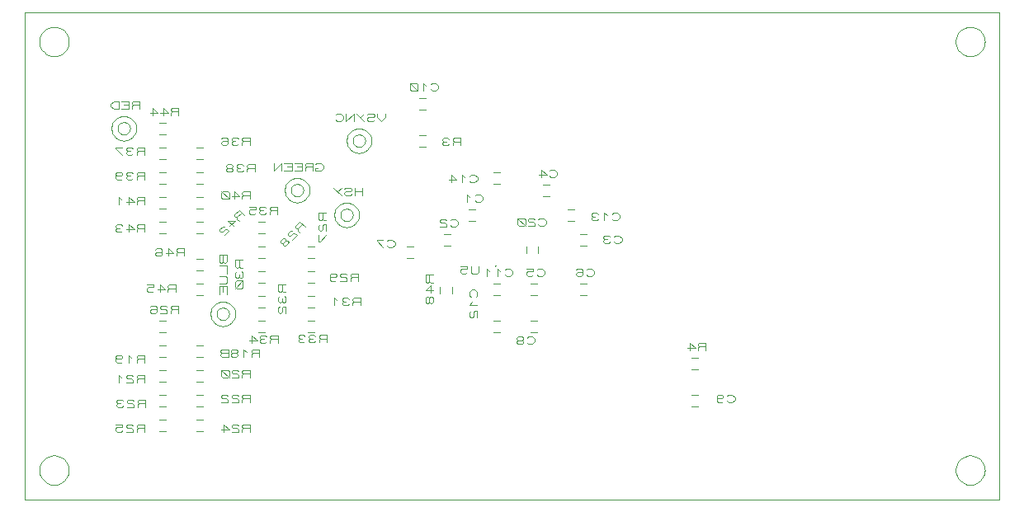
<source format=gbr>
G04 PROTEUS GERBER X2 FILE*
%TF.GenerationSoftware,Labcenter,Proteus,8.16-SP3-Build36097*%
%TF.CreationDate,2025-11-07T09:35:32+00:00*%
%TF.FileFunction,Legend,Bot*%
%TF.FilePolarity,Positive*%
%TF.Part,Single*%
%TF.SameCoordinates,{b300ba1a-dc7e-4a19-be50-5429eaf46598}*%
%FSLAX45Y45*%
%MOMM*%
G01*
%TA.AperFunction,Profile*%
%ADD25C,0.101600*%
%TA.AperFunction,Material*%
%ADD73C,0.101600*%
%ADD72C,0.100000*%
%TD.AperFunction*%
D25*
X-18000Y-3000D02*
X+9982000Y-3000D01*
X+9982000Y+4997000D01*
X-18000Y+4997000D01*
X-18000Y-3000D01*
X+9832000Y+4697000D02*
X+9831498Y+4709258D01*
X+9827422Y+4733775D01*
X+9818906Y+4758292D01*
X+9805032Y+4782809D01*
X+9783806Y+4807161D01*
X+9759289Y+4825555D01*
X+9734772Y+4837411D01*
X+9710255Y+4844315D01*
X+9685738Y+4846953D01*
X+9682000Y+4847000D01*
X+9532000Y+4697000D02*
X+9532502Y+4709258D01*
X+9536578Y+4733775D01*
X+9545094Y+4758292D01*
X+9558968Y+4782809D01*
X+9580194Y+4807161D01*
X+9604711Y+4825555D01*
X+9629228Y+4837411D01*
X+9653745Y+4844315D01*
X+9678262Y+4846953D01*
X+9682000Y+4847000D01*
X+9532000Y+4697000D02*
X+9532502Y+4684742D01*
X+9536578Y+4660225D01*
X+9545094Y+4635708D01*
X+9558968Y+4611191D01*
X+9580194Y+4586839D01*
X+9604711Y+4568445D01*
X+9629228Y+4556589D01*
X+9653745Y+4549685D01*
X+9678262Y+4547047D01*
X+9682000Y+4547000D01*
X+9832000Y+4697000D02*
X+9831498Y+4684742D01*
X+9827422Y+4660225D01*
X+9818906Y+4635708D01*
X+9805032Y+4611191D01*
X+9783806Y+4586839D01*
X+9759289Y+4568445D01*
X+9734772Y+4556589D01*
X+9710255Y+4549685D01*
X+9685738Y+4547047D01*
X+9682000Y+4547000D01*
X+9832000Y+297000D02*
X+9831498Y+309258D01*
X+9827422Y+333775D01*
X+9818906Y+358292D01*
X+9805032Y+382809D01*
X+9783806Y+407161D01*
X+9759289Y+425555D01*
X+9734772Y+437411D01*
X+9710255Y+444315D01*
X+9685738Y+446953D01*
X+9682000Y+447000D01*
X+9532000Y+297000D02*
X+9532502Y+309258D01*
X+9536578Y+333775D01*
X+9545094Y+358292D01*
X+9558968Y+382809D01*
X+9580194Y+407161D01*
X+9604711Y+425555D01*
X+9629228Y+437411D01*
X+9653745Y+444315D01*
X+9678262Y+446953D01*
X+9682000Y+447000D01*
X+9532000Y+297000D02*
X+9532502Y+284742D01*
X+9536578Y+260225D01*
X+9545094Y+235708D01*
X+9558968Y+211191D01*
X+9580194Y+186839D01*
X+9604711Y+168445D01*
X+9629228Y+156589D01*
X+9653745Y+149685D01*
X+9678262Y+147047D01*
X+9682000Y+147000D01*
X+9832000Y+297000D02*
X+9831498Y+284742D01*
X+9827422Y+260225D01*
X+9818906Y+235708D01*
X+9805032Y+211191D01*
X+9783806Y+186839D01*
X+9759289Y+168445D01*
X+9734772Y+156589D01*
X+9710255Y+149685D01*
X+9685738Y+147047D01*
X+9682000Y+147000D01*
X+432000Y+297000D02*
X+431498Y+309258D01*
X+427422Y+333775D01*
X+418906Y+358292D01*
X+405032Y+382809D01*
X+383806Y+407161D01*
X+359289Y+425555D01*
X+334772Y+437411D01*
X+310255Y+444315D01*
X+285738Y+446953D01*
X+282000Y+447000D01*
X+132000Y+297000D02*
X+132502Y+309258D01*
X+136578Y+333775D01*
X+145094Y+358292D01*
X+158968Y+382809D01*
X+180194Y+407161D01*
X+204711Y+425555D01*
X+229228Y+437411D01*
X+253745Y+444315D01*
X+278262Y+446953D01*
X+282000Y+447000D01*
X+132000Y+297000D02*
X+132502Y+284742D01*
X+136578Y+260225D01*
X+145094Y+235708D01*
X+158968Y+211191D01*
X+180194Y+186839D01*
X+204711Y+168445D01*
X+229228Y+156589D01*
X+253745Y+149685D01*
X+278262Y+147047D01*
X+282000Y+147000D01*
X+432000Y+297000D02*
X+431498Y+284742D01*
X+427422Y+260225D01*
X+418906Y+235708D01*
X+405032Y+211191D01*
X+383806Y+186839D01*
X+359289Y+168445D01*
X+334772Y+156589D01*
X+310255Y+149685D01*
X+285738Y+147047D01*
X+282000Y+147000D01*
X+432000Y+4697000D02*
X+431498Y+4709258D01*
X+427422Y+4733775D01*
X+418906Y+4758292D01*
X+405032Y+4782809D01*
X+383806Y+4807161D01*
X+359289Y+4825555D01*
X+334772Y+4837411D01*
X+310255Y+4844315D01*
X+285738Y+4846953D01*
X+282000Y+4847000D01*
X+132000Y+4697000D02*
X+132502Y+4709258D01*
X+136578Y+4733775D01*
X+145094Y+4758292D01*
X+158968Y+4782809D01*
X+180194Y+4807161D01*
X+204711Y+4825555D01*
X+229228Y+4837411D01*
X+253745Y+4844315D01*
X+278262Y+4846953D01*
X+282000Y+4847000D01*
X+132000Y+4697000D02*
X+132502Y+4684742D01*
X+136578Y+4660225D01*
X+145094Y+4635708D01*
X+158968Y+4611191D01*
X+180194Y+4586839D01*
X+204711Y+4568445D01*
X+229228Y+4556589D01*
X+253745Y+4549685D01*
X+278262Y+4547047D01*
X+282000Y+4547000D01*
X+432000Y+4697000D02*
X+431498Y+4684742D01*
X+427422Y+4660225D01*
X+418906Y+4635708D01*
X+405032Y+4611191D01*
X+383806Y+4586839D01*
X+359289Y+4568445D01*
X+334772Y+4556589D01*
X+310255Y+4549685D01*
X+285738Y+4547047D01*
X+282000Y+4547000D01*
D73*
X+1432340Y+3865420D02*
X+1363760Y+3865420D01*
X+1432340Y+3743500D02*
X+1361220Y+3743500D01*
X+1559340Y+3939080D02*
X+1559340Y+4015280D01*
X+1492665Y+4015280D01*
X+1479330Y+4002580D01*
X+1479330Y+3989880D01*
X+1492665Y+3977180D01*
X+1559340Y+3977180D01*
X+1492665Y+3977180D02*
X+1479330Y+3964480D01*
X+1479330Y+3939080D01*
X+1372650Y+3964480D02*
X+1452660Y+3964480D01*
X+1399320Y+4015280D01*
X+1399320Y+3939080D01*
X+1265970Y+3964480D02*
X+1345980Y+3964480D01*
X+1292640Y+4015280D01*
X+1292640Y+3939080D01*
X+1432340Y+3611420D02*
X+1363760Y+3611420D01*
X+1432340Y+3489500D02*
X+1361220Y+3489500D01*
X+1209340Y+3535080D02*
X+1209340Y+3611280D01*
X+1142665Y+3611280D01*
X+1129330Y+3598580D01*
X+1129330Y+3585880D01*
X+1142665Y+3573180D01*
X+1209340Y+3573180D01*
X+1142665Y+3573180D02*
X+1129330Y+3560480D01*
X+1129330Y+3535080D01*
X+1089325Y+3598580D02*
X+1075990Y+3611280D01*
X+1035985Y+3611280D01*
X+1022650Y+3598580D01*
X+1022650Y+3585880D01*
X+1035985Y+3573180D01*
X+1022650Y+3560480D01*
X+1022650Y+3547780D01*
X+1035985Y+3535080D01*
X+1075990Y+3535080D01*
X+1089325Y+3547780D01*
X+1062655Y+3573180D02*
X+1035985Y+3573180D01*
X+982645Y+3611280D02*
X+915970Y+3611280D01*
X+915970Y+3598580D01*
X+982645Y+3535080D01*
X+1813340Y+3611420D02*
X+1744760Y+3611420D01*
X+1813340Y+3489500D02*
X+1742220Y+3489500D01*
X+2290340Y+3635080D02*
X+2290340Y+3711280D01*
X+2223665Y+3711280D01*
X+2210330Y+3698580D01*
X+2210330Y+3685880D01*
X+2223665Y+3673180D01*
X+2290340Y+3673180D01*
X+2223665Y+3673180D02*
X+2210330Y+3660480D01*
X+2210330Y+3635080D01*
X+2170325Y+3698580D02*
X+2156990Y+3711280D01*
X+2116985Y+3711280D01*
X+2103650Y+3698580D01*
X+2103650Y+3685880D01*
X+2116985Y+3673180D01*
X+2103650Y+3660480D01*
X+2103650Y+3647780D01*
X+2116985Y+3635080D01*
X+2156990Y+3635080D01*
X+2170325Y+3647780D01*
X+2143655Y+3673180D02*
X+2116985Y+3673180D01*
X+1996970Y+3698580D02*
X+2010305Y+3711280D01*
X+2050310Y+3711280D01*
X+2063645Y+3698580D01*
X+2063645Y+3647780D01*
X+2050310Y+3635080D01*
X+2010305Y+3635080D01*
X+1996970Y+3647780D01*
X+1996970Y+3660480D01*
X+2010305Y+3673180D01*
X+2063645Y+3673180D01*
X+1813340Y+3357420D02*
X+1744760Y+3357420D01*
X+1813340Y+3235500D02*
X+1742220Y+3235500D01*
X+2340340Y+3360080D02*
X+2340340Y+3436280D01*
X+2273665Y+3436280D01*
X+2260330Y+3423580D01*
X+2260330Y+3410880D01*
X+2273665Y+3398180D01*
X+2340340Y+3398180D01*
X+2273665Y+3398180D02*
X+2260330Y+3385480D01*
X+2260330Y+3360080D01*
X+2220325Y+3423580D02*
X+2206990Y+3436280D01*
X+2166985Y+3436280D01*
X+2153650Y+3423580D01*
X+2153650Y+3410880D01*
X+2166985Y+3398180D01*
X+2153650Y+3385480D01*
X+2153650Y+3372780D01*
X+2166985Y+3360080D01*
X+2206990Y+3360080D01*
X+2220325Y+3372780D01*
X+2193655Y+3398180D02*
X+2166985Y+3398180D01*
X+2100310Y+3398180D02*
X+2113645Y+3410880D01*
X+2113645Y+3423580D01*
X+2100310Y+3436280D01*
X+2060305Y+3436280D01*
X+2046970Y+3423580D01*
X+2046970Y+3410880D01*
X+2060305Y+3398180D01*
X+2100310Y+3398180D01*
X+2113645Y+3385480D01*
X+2113645Y+3372780D01*
X+2100310Y+3360080D01*
X+2060305Y+3360080D01*
X+2046970Y+3372780D01*
X+2046970Y+3385480D01*
X+2060305Y+3398180D01*
X+1432340Y+3357420D02*
X+1363760Y+3357420D01*
X+1432340Y+3235500D02*
X+1361220Y+3235500D01*
X+1209340Y+3281080D02*
X+1209340Y+3357280D01*
X+1142665Y+3357280D01*
X+1129330Y+3344580D01*
X+1129330Y+3331880D01*
X+1142665Y+3319180D01*
X+1209340Y+3319180D01*
X+1142665Y+3319180D02*
X+1129330Y+3306480D01*
X+1129330Y+3281080D01*
X+1089325Y+3344580D02*
X+1075990Y+3357280D01*
X+1035985Y+3357280D01*
X+1022650Y+3344580D01*
X+1022650Y+3331880D01*
X+1035985Y+3319180D01*
X+1022650Y+3306480D01*
X+1022650Y+3293780D01*
X+1035985Y+3281080D01*
X+1075990Y+3281080D01*
X+1089325Y+3293780D01*
X+1062655Y+3319180D02*
X+1035985Y+3319180D01*
X+915970Y+3331880D02*
X+929305Y+3319180D01*
X+969310Y+3319180D01*
X+982645Y+3331880D01*
X+982645Y+3344580D01*
X+969310Y+3357280D01*
X+929305Y+3357280D01*
X+915970Y+3344580D01*
X+915970Y+3293780D01*
X+929305Y+3281080D01*
X+969310Y+3281080D01*
X+1813340Y+3103420D02*
X+1744760Y+3103420D01*
X+1813340Y+2981500D02*
X+1742220Y+2981500D01*
X+2290340Y+3083338D02*
X+2290340Y+3159538D01*
X+2223665Y+3159538D01*
X+2210330Y+3146838D01*
X+2210330Y+3134138D01*
X+2223665Y+3121438D01*
X+2290340Y+3121438D01*
X+2223665Y+3121438D02*
X+2210330Y+3108738D01*
X+2210330Y+3083338D01*
X+2103650Y+3108738D02*
X+2183660Y+3108738D01*
X+2130320Y+3159538D01*
X+2130320Y+3083338D01*
X+2076980Y+3096038D02*
X+2076980Y+3146838D01*
X+2063645Y+3159538D01*
X+2010305Y+3159538D01*
X+1996970Y+3146838D01*
X+1996970Y+3096038D01*
X+2010305Y+3083338D01*
X+2063645Y+3083338D01*
X+2076980Y+3096038D01*
X+2076980Y+3083338D02*
X+1996970Y+3159538D01*
X+1432340Y+3103420D02*
X+1363760Y+3103420D01*
X+1432340Y+2981500D02*
X+1361220Y+2981500D01*
X+1209340Y+3027080D02*
X+1209340Y+3103280D01*
X+1142665Y+3103280D01*
X+1129330Y+3090580D01*
X+1129330Y+3077880D01*
X+1142665Y+3065180D01*
X+1209340Y+3065180D01*
X+1142665Y+3065180D02*
X+1129330Y+3052480D01*
X+1129330Y+3027080D01*
X+1022650Y+3052480D02*
X+1102660Y+3052480D01*
X+1049320Y+3103280D01*
X+1049320Y+3027080D01*
X+969310Y+3077880D02*
X+942640Y+3103280D01*
X+942640Y+3027080D01*
X+1813340Y+2849420D02*
X+1744760Y+2849420D01*
X+1813340Y+2727500D02*
X+1742220Y+2727500D01*
X+2234447Y+2914714D02*
X+2180566Y+2968595D01*
X+2133420Y+2921449D01*
X+2132971Y+2903039D01*
X+2141951Y+2894059D01*
X+2160360Y+2894508D01*
X+2207507Y+2941654D01*
X+2160360Y+2894508D02*
X+2159911Y+2876098D01*
X+2177872Y+2858138D01*
X+2084477Y+2800664D02*
X+2141053Y+2857240D01*
X+2067415Y+2855444D01*
X+2121296Y+2801562D01*
X+2029249Y+2799318D02*
X+2010839Y+2798869D01*
X+1982552Y+2770581D01*
X+1982103Y+2752171D01*
X+1991083Y+2743191D01*
X+2009492Y+2743640D01*
X+2037780Y+2771928D01*
X+2056190Y+2772377D01*
X+2074150Y+2754416D01*
X+2027004Y+2707270D01*
X+1432340Y+2849420D02*
X+1363760Y+2849420D01*
X+1432340Y+2727500D02*
X+1361220Y+2727500D01*
X+1209340Y+2741109D02*
X+1209340Y+2817309D01*
X+1142665Y+2817309D01*
X+1129330Y+2804609D01*
X+1129330Y+2791909D01*
X+1142665Y+2779209D01*
X+1209340Y+2779209D01*
X+1142665Y+2779209D02*
X+1129330Y+2766509D01*
X+1129330Y+2741109D01*
X+1022650Y+2766509D02*
X+1102660Y+2766509D01*
X+1049320Y+2817309D01*
X+1049320Y+2741109D01*
X+982645Y+2804609D02*
X+969310Y+2817309D01*
X+929305Y+2817309D01*
X+915970Y+2804609D01*
X+915970Y+2791909D01*
X+929305Y+2779209D01*
X+915970Y+2766509D01*
X+915970Y+2753809D01*
X+929305Y+2741109D01*
X+969310Y+2741109D01*
X+982645Y+2753809D01*
X+955975Y+2779209D02*
X+929305Y+2779209D01*
X+1813340Y+2468420D02*
X+1744760Y+2468420D01*
X+1813340Y+2346500D02*
X+1742220Y+2346500D01*
X+1615383Y+2497357D02*
X+1615383Y+2573557D01*
X+1548708Y+2573557D01*
X+1535373Y+2560857D01*
X+1535373Y+2548157D01*
X+1548708Y+2535457D01*
X+1615383Y+2535457D01*
X+1548708Y+2535457D02*
X+1535373Y+2522757D01*
X+1535373Y+2497357D01*
X+1428693Y+2522757D02*
X+1508703Y+2522757D01*
X+1455363Y+2573557D01*
X+1455363Y+2497357D01*
X+1322013Y+2560857D02*
X+1335348Y+2573557D01*
X+1375353Y+2573557D01*
X+1388688Y+2560857D01*
X+1388688Y+2510057D01*
X+1375353Y+2497357D01*
X+1335348Y+2497357D01*
X+1322013Y+2510057D01*
X+1322013Y+2522757D01*
X+1335348Y+2535457D01*
X+1388688Y+2535457D01*
X+1813340Y+2214420D02*
X+1744760Y+2214420D01*
X+1813340Y+2092500D02*
X+1742220Y+2092500D01*
X+1529323Y+2123186D02*
X+1529323Y+2199386D01*
X+1462648Y+2199386D01*
X+1449313Y+2186686D01*
X+1449313Y+2173986D01*
X+1462648Y+2161286D01*
X+1529323Y+2161286D01*
X+1462648Y+2161286D02*
X+1449313Y+2148586D01*
X+1449313Y+2123186D01*
X+1342633Y+2148586D02*
X+1422643Y+2148586D01*
X+1369303Y+2199386D01*
X+1369303Y+2123186D01*
X+1235953Y+2199386D02*
X+1302628Y+2199386D01*
X+1302628Y+2173986D01*
X+1249288Y+2173986D01*
X+1235953Y+2161286D01*
X+1235953Y+2135886D01*
X+1249288Y+2123186D01*
X+1289293Y+2123186D01*
X+1302628Y+2135886D01*
X+2448340Y+2849420D02*
X+2379760Y+2849420D01*
X+2448340Y+2727500D02*
X+2377220Y+2727500D01*
X+2575340Y+2923080D02*
X+2575340Y+2999280D01*
X+2508665Y+2999280D01*
X+2495330Y+2986580D01*
X+2495330Y+2973880D01*
X+2508665Y+2961180D01*
X+2575340Y+2961180D01*
X+2508665Y+2961180D02*
X+2495330Y+2948480D01*
X+2495330Y+2923080D01*
X+2455325Y+2986580D02*
X+2441990Y+2999280D01*
X+2401985Y+2999280D01*
X+2388650Y+2986580D01*
X+2388650Y+2973880D01*
X+2401985Y+2961180D01*
X+2388650Y+2948480D01*
X+2388650Y+2935780D01*
X+2401985Y+2923080D01*
X+2441990Y+2923080D01*
X+2455325Y+2935780D01*
X+2428655Y+2961180D02*
X+2401985Y+2961180D01*
X+2281970Y+2999280D02*
X+2348645Y+2999280D01*
X+2348645Y+2973880D01*
X+2295305Y+2973880D01*
X+2281970Y+2961180D01*
X+2281970Y+2935780D01*
X+2295305Y+2923080D01*
X+2335310Y+2923080D01*
X+2348645Y+2935780D01*
X+2448340Y+2595420D02*
X+2379760Y+2595420D01*
X+2448340Y+2473500D02*
X+2377220Y+2473500D01*
X+2855412Y+2795620D02*
X+2801531Y+2849501D01*
X+2754385Y+2802355D01*
X+2753936Y+2783945D01*
X+2762916Y+2774965D01*
X+2781325Y+2775414D01*
X+2828472Y+2822560D01*
X+2781325Y+2775414D02*
X+2780876Y+2757004D01*
X+2798837Y+2739044D01*
X+2725648Y+2755658D02*
X+2707238Y+2755209D01*
X+2678951Y+2726921D01*
X+2678502Y+2708511D01*
X+2687482Y+2699531D01*
X+2705891Y+2699980D01*
X+2734179Y+2728268D01*
X+2752589Y+2728717D01*
X+2770549Y+2710756D01*
X+2723403Y+2663610D01*
X+2658745Y+2652834D02*
X+2659194Y+2671243D01*
X+2650214Y+2680224D01*
X+2631804Y+2679775D01*
X+2603517Y+2651487D01*
X+2603068Y+2633077D01*
X+2612048Y+2624097D01*
X+2630457Y+2624546D01*
X+2658745Y+2652834D01*
X+2677155Y+2653283D01*
X+2686135Y+2644302D01*
X+2685686Y+2625893D01*
X+2657398Y+2597605D01*
X+2638989Y+2597156D01*
X+2630008Y+2606136D01*
X+2630457Y+2624546D01*
X+2448340Y+2341420D02*
X+2379760Y+2341420D01*
X+2448340Y+2219500D02*
X+2377220Y+2219500D01*
X+2219231Y+2455700D02*
X+2143031Y+2455700D01*
X+2143031Y+2389025D01*
X+2155731Y+2375690D01*
X+2168431Y+2375690D01*
X+2181131Y+2389025D01*
X+2181131Y+2455700D01*
X+2181131Y+2389025D02*
X+2193831Y+2375690D01*
X+2219231Y+2375690D01*
X+2155731Y+2335685D02*
X+2143031Y+2322350D01*
X+2143031Y+2282345D01*
X+2155731Y+2269010D01*
X+2168431Y+2269010D01*
X+2181131Y+2282345D01*
X+2193831Y+2269010D01*
X+2206531Y+2269010D01*
X+2219231Y+2282345D01*
X+2219231Y+2322350D01*
X+2206531Y+2335685D01*
X+2181131Y+2309015D02*
X+2181131Y+2282345D01*
X+2206531Y+2242340D02*
X+2155731Y+2242340D01*
X+2143031Y+2229005D01*
X+2143031Y+2175665D01*
X+2155731Y+2162330D01*
X+2206531Y+2162330D01*
X+2219231Y+2175665D01*
X+2219231Y+2229005D01*
X+2206531Y+2242340D01*
X+2219231Y+2242340D02*
X+2143031Y+2162330D01*
X+2448340Y+2087420D02*
X+2379760Y+2087420D01*
X+2448340Y+1965500D02*
X+2377220Y+1965500D01*
X+2658920Y+2203700D02*
X+2582720Y+2203700D01*
X+2582720Y+2137025D01*
X+2595420Y+2123690D01*
X+2608120Y+2123690D01*
X+2620820Y+2137025D01*
X+2620820Y+2203700D01*
X+2620820Y+2137025D02*
X+2633520Y+2123690D01*
X+2658920Y+2123690D01*
X+2595420Y+2083685D02*
X+2582720Y+2070350D01*
X+2582720Y+2030345D01*
X+2595420Y+2017010D01*
X+2608120Y+2017010D01*
X+2620820Y+2030345D01*
X+2633520Y+2017010D01*
X+2646220Y+2017010D01*
X+2658920Y+2030345D01*
X+2658920Y+2070350D01*
X+2646220Y+2083685D01*
X+2620820Y+2057015D02*
X+2620820Y+2030345D01*
X+2595420Y+1977005D02*
X+2582720Y+1963670D01*
X+2582720Y+1923665D01*
X+2595420Y+1910330D01*
X+2608120Y+1910330D01*
X+2620820Y+1923665D01*
X+2620820Y+1963670D01*
X+2633520Y+1977005D01*
X+2658920Y+1977005D01*
X+2658920Y+1910330D01*
X+2448340Y+1833420D02*
X+2379760Y+1833420D01*
X+2448340Y+1711500D02*
X+2377220Y+1711500D01*
X+2578840Y+1603580D02*
X+2578840Y+1679780D01*
X+2512165Y+1679780D01*
X+2498830Y+1667080D01*
X+2498830Y+1654380D01*
X+2512165Y+1641680D01*
X+2578840Y+1641680D01*
X+2512165Y+1641680D02*
X+2498830Y+1628980D01*
X+2498830Y+1603580D01*
X+2458825Y+1667080D02*
X+2445490Y+1679780D01*
X+2405485Y+1679780D01*
X+2392150Y+1667080D01*
X+2392150Y+1654380D01*
X+2405485Y+1641680D01*
X+2392150Y+1628980D01*
X+2392150Y+1616280D01*
X+2405485Y+1603580D01*
X+2445490Y+1603580D01*
X+2458825Y+1616280D01*
X+2432155Y+1641680D02*
X+2405485Y+1641680D01*
X+2285470Y+1628980D02*
X+2365480Y+1628980D01*
X+2312140Y+1679780D01*
X+2312140Y+1603580D01*
X+2956340Y+1833420D02*
X+2887760Y+1833420D01*
X+2956340Y+1711500D02*
X+2885220Y+1711500D01*
X+3081475Y+1608945D02*
X+3081475Y+1685145D01*
X+3014800Y+1685145D01*
X+3001465Y+1672445D01*
X+3001465Y+1659745D01*
X+3014800Y+1647045D01*
X+3081475Y+1647045D01*
X+3014800Y+1647045D02*
X+3001465Y+1634345D01*
X+3001465Y+1608945D01*
X+2961460Y+1672445D02*
X+2948125Y+1685145D01*
X+2908120Y+1685145D01*
X+2894785Y+1672445D01*
X+2894785Y+1659745D01*
X+2908120Y+1647045D01*
X+2894785Y+1634345D01*
X+2894785Y+1621645D01*
X+2908120Y+1608945D01*
X+2948125Y+1608945D01*
X+2961460Y+1621645D01*
X+2934790Y+1647045D02*
X+2908120Y+1647045D01*
X+2854780Y+1672445D02*
X+2841445Y+1685145D01*
X+2801440Y+1685145D01*
X+2788105Y+1672445D01*
X+2788105Y+1659745D01*
X+2801440Y+1647045D01*
X+2788105Y+1634345D01*
X+2788105Y+1621645D01*
X+2801440Y+1608945D01*
X+2841445Y+1608945D01*
X+2854780Y+1621645D01*
X+2828110Y+1647045D02*
X+2801440Y+1647045D01*
X+2956340Y+2087420D02*
X+2887760Y+2087420D01*
X+2956340Y+1965500D02*
X+2885220Y+1965500D01*
X+3423964Y+1990080D02*
X+3423964Y+2066280D01*
X+3357289Y+2066280D01*
X+3343954Y+2053580D01*
X+3343954Y+2040880D01*
X+3357289Y+2028180D01*
X+3423964Y+2028180D01*
X+3357289Y+2028180D02*
X+3343954Y+2015480D01*
X+3343954Y+1990080D01*
X+3303949Y+2053580D02*
X+3290614Y+2066280D01*
X+3250609Y+2066280D01*
X+3237274Y+2053580D01*
X+3237274Y+2040880D01*
X+3250609Y+2028180D01*
X+3237274Y+2015480D01*
X+3237274Y+2002780D01*
X+3250609Y+1990080D01*
X+3290614Y+1990080D01*
X+3303949Y+2002780D01*
X+3277279Y+2028180D02*
X+3250609Y+2028180D01*
X+3183934Y+2040880D02*
X+3157264Y+2066280D01*
X+3157264Y+1990080D01*
X+2956340Y+2341420D02*
X+2887760Y+2341420D01*
X+2956340Y+2219500D02*
X+2885220Y+2219500D01*
X+3403669Y+2241109D02*
X+3403669Y+2317309D01*
X+3336994Y+2317309D01*
X+3323659Y+2304609D01*
X+3323659Y+2291909D01*
X+3336994Y+2279209D01*
X+3403669Y+2279209D01*
X+3336994Y+2279209D02*
X+3323659Y+2266509D01*
X+3323659Y+2241109D01*
X+3283654Y+2304609D02*
X+3270319Y+2317309D01*
X+3230314Y+2317309D01*
X+3216979Y+2304609D01*
X+3216979Y+2291909D01*
X+3230314Y+2279209D01*
X+3270319Y+2279209D01*
X+3283654Y+2266509D01*
X+3283654Y+2241109D01*
X+3216979Y+2241109D01*
X+3110299Y+2291909D02*
X+3123634Y+2279209D01*
X+3163639Y+2279209D01*
X+3176974Y+2291909D01*
X+3176974Y+2304609D01*
X+3163639Y+2317309D01*
X+3123634Y+2317309D01*
X+3110299Y+2304609D01*
X+3110299Y+2253809D01*
X+3123634Y+2241109D01*
X+3163639Y+2241109D01*
X+2956340Y+2595420D02*
X+2887760Y+2595420D01*
X+2956340Y+2473500D02*
X+2885220Y+2473500D01*
X+3073649Y+2940896D02*
X+2997449Y+2940896D01*
X+2997449Y+2874221D01*
X+3010149Y+2860886D01*
X+3022849Y+2860886D01*
X+3035549Y+2874221D01*
X+3035549Y+2940896D01*
X+3035549Y+2874221D02*
X+3048249Y+2860886D01*
X+3073649Y+2860886D01*
X+3010149Y+2820881D02*
X+2997449Y+2807546D01*
X+2997449Y+2767541D01*
X+3010149Y+2754206D01*
X+3022849Y+2754206D01*
X+3035549Y+2767541D01*
X+3035549Y+2807546D01*
X+3048249Y+2820881D01*
X+3073649Y+2820881D01*
X+3073649Y+2754206D01*
X+2997449Y+2714201D02*
X+2997449Y+2647526D01*
X+3010149Y+2647526D01*
X+3073649Y+2714201D01*
X+1432340Y+1833420D02*
X+1363760Y+1833420D01*
X+1432340Y+1711500D02*
X+1361220Y+1711500D01*
X+1559340Y+1907080D02*
X+1559340Y+1983280D01*
X+1492665Y+1983280D01*
X+1479330Y+1970580D01*
X+1479330Y+1957880D01*
X+1492665Y+1945180D01*
X+1559340Y+1945180D01*
X+1492665Y+1945180D02*
X+1479330Y+1932480D01*
X+1479330Y+1907080D01*
X+1439325Y+1970580D02*
X+1425990Y+1983280D01*
X+1385985Y+1983280D01*
X+1372650Y+1970580D01*
X+1372650Y+1957880D01*
X+1385985Y+1945180D01*
X+1425990Y+1945180D01*
X+1439325Y+1932480D01*
X+1439325Y+1907080D01*
X+1372650Y+1907080D01*
X+1265970Y+1970580D02*
X+1279305Y+1983280D01*
X+1319310Y+1983280D01*
X+1332645Y+1970580D01*
X+1332645Y+1919780D01*
X+1319310Y+1907080D01*
X+1279305Y+1907080D01*
X+1265970Y+1919780D01*
X+1265970Y+1932480D01*
X+1279305Y+1945180D01*
X+1332645Y+1945180D01*
X+1432340Y+1579420D02*
X+1363760Y+1579420D01*
X+1432340Y+1457500D02*
X+1361220Y+1457500D01*
X+1209340Y+1403080D02*
X+1209340Y+1479280D01*
X+1142665Y+1479280D01*
X+1129330Y+1466580D01*
X+1129330Y+1453880D01*
X+1142665Y+1441180D01*
X+1209340Y+1441180D01*
X+1142665Y+1441180D02*
X+1129330Y+1428480D01*
X+1129330Y+1403080D01*
X+1075990Y+1453880D02*
X+1049320Y+1479280D01*
X+1049320Y+1403080D01*
X+915970Y+1453880D02*
X+929305Y+1441180D01*
X+969310Y+1441180D01*
X+982645Y+1453880D01*
X+982645Y+1466580D01*
X+969310Y+1479280D01*
X+929305Y+1479280D01*
X+915970Y+1466580D01*
X+915970Y+1415780D01*
X+929305Y+1403080D01*
X+969310Y+1403080D01*
X+1813340Y+1579420D02*
X+1744760Y+1579420D01*
X+1813340Y+1457500D02*
X+1742220Y+1457500D01*
X+2387680Y+1459080D02*
X+2387680Y+1535280D01*
X+2321005Y+1535280D01*
X+2307670Y+1522580D01*
X+2307670Y+1509880D01*
X+2321005Y+1497180D01*
X+2387680Y+1497180D01*
X+2321005Y+1497180D02*
X+2307670Y+1484480D01*
X+2307670Y+1459080D01*
X+2254330Y+1509880D02*
X+2227660Y+1535280D01*
X+2227660Y+1459080D01*
X+2147650Y+1497180D02*
X+2160985Y+1509880D01*
X+2160985Y+1522580D01*
X+2147650Y+1535280D01*
X+2107645Y+1535280D01*
X+2094310Y+1522580D01*
X+2094310Y+1509880D01*
X+2107645Y+1497180D01*
X+2147650Y+1497180D01*
X+2160985Y+1484480D01*
X+2160985Y+1471780D01*
X+2147650Y+1459080D01*
X+2107645Y+1459080D01*
X+2094310Y+1471780D01*
X+2094310Y+1484480D01*
X+2107645Y+1497180D01*
X+2067640Y+1459080D02*
X+2067640Y+1535280D01*
X+2000965Y+1535280D01*
X+1987630Y+1522580D01*
X+1987630Y+1509880D01*
X+2000965Y+1497180D01*
X+1987630Y+1484480D01*
X+1987630Y+1471780D01*
X+2000965Y+1459080D01*
X+2067640Y+1459080D01*
X+2067640Y+1497180D02*
X+2000965Y+1497180D01*
X+1813340Y+1325420D02*
X+1744760Y+1325420D01*
X+1813340Y+1203500D02*
X+1742220Y+1203500D01*
X+2290340Y+1249080D02*
X+2290340Y+1325280D01*
X+2223665Y+1325280D01*
X+2210330Y+1312580D01*
X+2210330Y+1299880D01*
X+2223665Y+1287180D01*
X+2290340Y+1287180D01*
X+2223665Y+1287180D02*
X+2210330Y+1274480D01*
X+2210330Y+1249080D01*
X+2170325Y+1312580D02*
X+2156990Y+1325280D01*
X+2116985Y+1325280D01*
X+2103650Y+1312580D01*
X+2103650Y+1299880D01*
X+2116985Y+1287180D01*
X+2156990Y+1287180D01*
X+2170325Y+1274480D01*
X+2170325Y+1249080D01*
X+2103650Y+1249080D01*
X+2076980Y+1261780D02*
X+2076980Y+1312580D01*
X+2063645Y+1325280D01*
X+2010305Y+1325280D01*
X+1996970Y+1312580D01*
X+1996970Y+1261780D01*
X+2010305Y+1249080D01*
X+2063645Y+1249080D01*
X+2076980Y+1261780D01*
X+2076980Y+1249080D02*
X+1996970Y+1325280D01*
X+1432340Y+1325420D02*
X+1363760Y+1325420D01*
X+1432340Y+1203500D02*
X+1361220Y+1203500D01*
X+1209340Y+1199080D02*
X+1209340Y+1275280D01*
X+1142665Y+1275280D01*
X+1129330Y+1262580D01*
X+1129330Y+1249880D01*
X+1142665Y+1237180D01*
X+1209340Y+1237180D01*
X+1142665Y+1237180D02*
X+1129330Y+1224480D01*
X+1129330Y+1199080D01*
X+1089325Y+1262580D02*
X+1075990Y+1275280D01*
X+1035985Y+1275280D01*
X+1022650Y+1262580D01*
X+1022650Y+1249880D01*
X+1035985Y+1237180D01*
X+1075990Y+1237180D01*
X+1089325Y+1224480D01*
X+1089325Y+1199080D01*
X+1022650Y+1199080D01*
X+969310Y+1249880D02*
X+942640Y+1275280D01*
X+942640Y+1199080D01*
X+1813340Y+1071420D02*
X+1744760Y+1071420D01*
X+1813340Y+949500D02*
X+1742220Y+949500D01*
X+2290340Y+995080D02*
X+2290340Y+1071280D01*
X+2223665Y+1071280D01*
X+2210330Y+1058580D01*
X+2210330Y+1045880D01*
X+2223665Y+1033180D01*
X+2290340Y+1033180D01*
X+2223665Y+1033180D02*
X+2210330Y+1020480D01*
X+2210330Y+995080D01*
X+2170325Y+1058580D02*
X+2156990Y+1071280D01*
X+2116985Y+1071280D01*
X+2103650Y+1058580D01*
X+2103650Y+1045880D01*
X+2116985Y+1033180D01*
X+2156990Y+1033180D01*
X+2170325Y+1020480D01*
X+2170325Y+995080D01*
X+2103650Y+995080D01*
X+2063645Y+1058580D02*
X+2050310Y+1071280D01*
X+2010305Y+1071280D01*
X+1996970Y+1058580D01*
X+1996970Y+1045880D01*
X+2010305Y+1033180D01*
X+2050310Y+1033180D01*
X+2063645Y+1020480D01*
X+2063645Y+995080D01*
X+1996970Y+995080D01*
X+1432340Y+1071420D02*
X+1363760Y+1071420D01*
X+1432340Y+949500D02*
X+1361220Y+949500D01*
X+1216371Y+945080D02*
X+1216371Y+1021280D01*
X+1149696Y+1021280D01*
X+1136361Y+1008580D01*
X+1136361Y+995880D01*
X+1149696Y+983180D01*
X+1216371Y+983180D01*
X+1149696Y+983180D02*
X+1136361Y+970480D01*
X+1136361Y+945080D01*
X+1096356Y+1008580D02*
X+1083021Y+1021280D01*
X+1043016Y+1021280D01*
X+1029681Y+1008580D01*
X+1029681Y+995880D01*
X+1043016Y+983180D01*
X+1083021Y+983180D01*
X+1096356Y+970480D01*
X+1096356Y+945080D01*
X+1029681Y+945080D01*
X+989676Y+1008580D02*
X+976341Y+1021280D01*
X+936336Y+1021280D01*
X+923001Y+1008580D01*
X+923001Y+995880D01*
X+936336Y+983180D01*
X+923001Y+970480D01*
X+923001Y+957780D01*
X+936336Y+945080D01*
X+976341Y+945080D01*
X+989676Y+957780D01*
X+963006Y+983180D02*
X+936336Y+983180D01*
X+1813340Y+817420D02*
X+1744760Y+817420D01*
X+1813340Y+695500D02*
X+1742220Y+695500D01*
X+2290340Y+689247D02*
X+2290340Y+765447D01*
X+2223665Y+765447D01*
X+2210330Y+752747D01*
X+2210330Y+740047D01*
X+2223665Y+727347D01*
X+2290340Y+727347D01*
X+2223665Y+727347D02*
X+2210330Y+714647D01*
X+2210330Y+689247D01*
X+2170325Y+752747D02*
X+2156990Y+765447D01*
X+2116985Y+765447D01*
X+2103650Y+752747D01*
X+2103650Y+740047D01*
X+2116985Y+727347D01*
X+2156990Y+727347D01*
X+2170325Y+714647D01*
X+2170325Y+689247D01*
X+2103650Y+689247D01*
X+1996970Y+714647D02*
X+2076980Y+714647D01*
X+2023640Y+765447D01*
X+2023640Y+689247D01*
X+1432340Y+817420D02*
X+1363760Y+817420D01*
X+1432340Y+695500D02*
X+1361220Y+695500D01*
X+1209340Y+691109D02*
X+1209340Y+767309D01*
X+1142665Y+767309D01*
X+1129330Y+754609D01*
X+1129330Y+741909D01*
X+1142665Y+729209D01*
X+1209340Y+729209D01*
X+1142665Y+729209D02*
X+1129330Y+716509D01*
X+1129330Y+691109D01*
X+1089325Y+754609D02*
X+1075990Y+767309D01*
X+1035985Y+767309D01*
X+1022650Y+754609D01*
X+1022650Y+741909D01*
X+1035985Y+729209D01*
X+1075990Y+729209D01*
X+1089325Y+716509D01*
X+1089325Y+691109D01*
X+1022650Y+691109D01*
X+915970Y+767309D02*
X+982645Y+767309D01*
X+982645Y+741909D01*
X+929305Y+741909D01*
X+915970Y+729209D01*
X+915970Y+703809D01*
X+929305Y+691109D01*
X+969310Y+691109D01*
X+982645Y+703809D01*
X+2141000Y+1902000D02*
X+2140573Y+1912409D01*
X+2137101Y+1933228D01*
X+2129845Y+1954047D01*
X+2118017Y+1974866D01*
X+2099920Y+1995524D01*
X+2079101Y+2011045D01*
X+2058282Y+2021030D01*
X+2037463Y+2026814D01*
X+2016644Y+2028972D01*
X+2014000Y+2029000D01*
X+1887000Y+1902000D02*
X+1887427Y+1912409D01*
X+1890899Y+1933228D01*
X+1898155Y+1954047D01*
X+1909983Y+1974866D01*
X+1928080Y+1995524D01*
X+1948899Y+2011045D01*
X+1969718Y+2021030D01*
X+1990537Y+2026814D01*
X+2011356Y+2028972D01*
X+2014000Y+2029000D01*
X+1887000Y+1902000D02*
X+1887427Y+1891591D01*
X+1890899Y+1870772D01*
X+1898155Y+1849953D01*
X+1909983Y+1829134D01*
X+1928080Y+1808476D01*
X+1948899Y+1792955D01*
X+1969718Y+1782970D01*
X+1990537Y+1777186D01*
X+2011356Y+1775028D01*
X+2014000Y+1775000D01*
X+2141000Y+1902000D02*
X+2140573Y+1891591D01*
X+2137101Y+1870772D01*
X+2129845Y+1849953D01*
X+2118017Y+1829134D01*
X+2099920Y+1808476D01*
X+2079101Y+1792955D01*
X+2058282Y+1782970D01*
X+2037463Y+1777186D01*
X+2016644Y+1775028D01*
X+2014000Y+1775000D01*
X+2077500Y+1902000D02*
X+2077283Y+1907247D01*
X+2075518Y+1917742D01*
X+2071826Y+1928237D01*
X+2065798Y+1938732D01*
X+2056576Y+1949112D01*
X+2046081Y+1956800D01*
X+2035586Y+1961718D01*
X+2025091Y+1964524D01*
X+2014596Y+1965497D01*
X+2014000Y+1965500D01*
X+1950500Y+1902000D02*
X+1950717Y+1907247D01*
X+1952482Y+1917742D01*
X+1956174Y+1928237D01*
X+1962202Y+1938732D01*
X+1971424Y+1949112D01*
X+1981919Y+1956800D01*
X+1992414Y+1961718D01*
X+2002909Y+1964524D01*
X+2013404Y+1965497D01*
X+2014000Y+1965500D01*
X+1950500Y+1902000D02*
X+1950717Y+1896753D01*
X+1952482Y+1886258D01*
X+1956174Y+1875763D01*
X+1962202Y+1865268D01*
X+1971424Y+1854888D01*
X+1981919Y+1847200D01*
X+1992414Y+1842282D01*
X+2002909Y+1839476D01*
X+2013404Y+1838503D01*
X+2014000Y+1838500D01*
X+2077500Y+1902000D02*
X+2077283Y+1896753D01*
X+2075518Y+1886258D01*
X+2071826Y+1875763D01*
X+2065798Y+1865268D01*
X+2056576Y+1854888D01*
X+2046081Y+1847200D01*
X+2035586Y+1842282D01*
X+2025091Y+1839476D01*
X+2014596Y+1838503D01*
X+2014000Y+1838500D01*
X+2052100Y+2504120D02*
X+1975900Y+2504120D01*
X+1975900Y+2437445D01*
X+1988600Y+2424110D01*
X+2001300Y+2424110D01*
X+2014000Y+2437445D01*
X+2026700Y+2424110D01*
X+2039400Y+2424110D01*
X+2052100Y+2437445D01*
X+2052100Y+2504120D01*
X+2014000Y+2504120D02*
X+2014000Y+2437445D01*
X+1975900Y+2397440D02*
X+2052100Y+2397440D01*
X+2052100Y+2317430D01*
X+1975900Y+2290760D02*
X+2039400Y+2290760D01*
X+2052100Y+2277425D01*
X+2052100Y+2224085D01*
X+2039400Y+2210750D01*
X+1975900Y+2210750D01*
X+2052100Y+2104070D02*
X+2052100Y+2184080D01*
X+1975900Y+2184080D01*
X+1975900Y+2104070D01*
X+2014000Y+2184080D02*
X+2014000Y+2130740D01*
X+2903000Y+3172000D02*
X+2902573Y+3182409D01*
X+2899101Y+3203228D01*
X+2891845Y+3224047D01*
X+2880017Y+3244866D01*
X+2861920Y+3265524D01*
X+2841101Y+3281045D01*
X+2820282Y+3291030D01*
X+2799463Y+3296814D01*
X+2778644Y+3298972D01*
X+2776000Y+3299000D01*
X+2649000Y+3172000D02*
X+2649427Y+3182409D01*
X+2652899Y+3203228D01*
X+2660155Y+3224047D01*
X+2671983Y+3244866D01*
X+2690080Y+3265524D01*
X+2710899Y+3281045D01*
X+2731718Y+3291030D01*
X+2752537Y+3296814D01*
X+2773356Y+3298972D01*
X+2776000Y+3299000D01*
X+2649000Y+3172000D02*
X+2649427Y+3161591D01*
X+2652899Y+3140772D01*
X+2660155Y+3119953D01*
X+2671983Y+3099134D01*
X+2690080Y+3078476D01*
X+2710899Y+3062955D01*
X+2731718Y+3052970D01*
X+2752537Y+3047186D01*
X+2773356Y+3045028D01*
X+2776000Y+3045000D01*
X+2903000Y+3172000D02*
X+2902573Y+3161591D01*
X+2899101Y+3140772D01*
X+2891845Y+3119953D01*
X+2880017Y+3099134D01*
X+2861920Y+3078476D01*
X+2841101Y+3062955D01*
X+2820282Y+3052970D01*
X+2799463Y+3047186D01*
X+2778644Y+3045028D01*
X+2776000Y+3045000D01*
X+2839500Y+3172000D02*
X+2839283Y+3177247D01*
X+2837518Y+3187742D01*
X+2833826Y+3198237D01*
X+2827798Y+3208732D01*
X+2818576Y+3219112D01*
X+2808081Y+3226800D01*
X+2797586Y+3231718D01*
X+2787091Y+3234524D01*
X+2776596Y+3235497D01*
X+2776000Y+3235500D01*
X+2712500Y+3172000D02*
X+2712717Y+3177247D01*
X+2714482Y+3187742D01*
X+2718174Y+3198237D01*
X+2724202Y+3208732D01*
X+2733424Y+3219112D01*
X+2743919Y+3226800D01*
X+2754414Y+3231718D01*
X+2764909Y+3234524D01*
X+2775404Y+3235497D01*
X+2776000Y+3235500D01*
X+2712500Y+3172000D02*
X+2712717Y+3166753D01*
X+2714482Y+3156258D01*
X+2718174Y+3145763D01*
X+2724202Y+3135268D01*
X+2733424Y+3124888D01*
X+2743919Y+3117200D01*
X+2754414Y+3112282D01*
X+2764909Y+3109476D01*
X+2775404Y+3108503D01*
X+2776000Y+3108500D01*
X+2839500Y+3172000D02*
X+2839283Y+3166753D01*
X+2837518Y+3156258D01*
X+2833826Y+3145763D01*
X+2827798Y+3135268D01*
X+2818576Y+3124888D01*
X+2808081Y+3117200D01*
X+2797586Y+3112282D01*
X+2787091Y+3109476D01*
X+2776596Y+3108503D01*
X+2776000Y+3108500D01*
X+2989360Y+3398060D02*
X+2962690Y+3398060D01*
X+2962690Y+3372660D01*
X+3016030Y+3372660D01*
X+3042700Y+3398060D01*
X+3042700Y+3423460D01*
X+3016030Y+3448860D01*
X+2976025Y+3448860D01*
X+2962690Y+3436160D01*
X+2936020Y+3372660D02*
X+2936020Y+3448860D01*
X+2869345Y+3448860D01*
X+2856010Y+3436160D01*
X+2856010Y+3423460D01*
X+2869345Y+3410760D01*
X+2936020Y+3410760D01*
X+2869345Y+3410760D02*
X+2856010Y+3398060D01*
X+2856010Y+3372660D01*
X+2749330Y+3372660D02*
X+2829340Y+3372660D01*
X+2829340Y+3448860D01*
X+2749330Y+3448860D01*
X+2829340Y+3410760D02*
X+2776000Y+3410760D01*
X+2642650Y+3372660D02*
X+2722660Y+3372660D01*
X+2722660Y+3448860D01*
X+2642650Y+3448860D01*
X+2722660Y+3410760D02*
X+2669320Y+3410760D01*
X+2615980Y+3372660D02*
X+2615980Y+3448860D01*
X+2535970Y+3372660D01*
X+2535970Y+3448860D01*
X+3538000Y+3680000D02*
X+3537573Y+3690409D01*
X+3534101Y+3711228D01*
X+3526845Y+3732047D01*
X+3515017Y+3752866D01*
X+3496920Y+3773524D01*
X+3476101Y+3789045D01*
X+3455282Y+3799030D01*
X+3434463Y+3804814D01*
X+3413644Y+3806972D01*
X+3411000Y+3807000D01*
X+3284000Y+3680000D02*
X+3284427Y+3690409D01*
X+3287899Y+3711228D01*
X+3295155Y+3732047D01*
X+3306983Y+3752866D01*
X+3325080Y+3773524D01*
X+3345899Y+3789045D01*
X+3366718Y+3799030D01*
X+3387537Y+3804814D01*
X+3408356Y+3806972D01*
X+3411000Y+3807000D01*
X+3284000Y+3680000D02*
X+3284427Y+3669591D01*
X+3287899Y+3648772D01*
X+3295155Y+3627953D01*
X+3306983Y+3607134D01*
X+3325080Y+3586476D01*
X+3345899Y+3570955D01*
X+3366718Y+3560970D01*
X+3387537Y+3555186D01*
X+3408356Y+3553028D01*
X+3411000Y+3553000D01*
X+3538000Y+3680000D02*
X+3537573Y+3669591D01*
X+3534101Y+3648772D01*
X+3526845Y+3627953D01*
X+3515017Y+3607134D01*
X+3496920Y+3586476D01*
X+3476101Y+3570955D01*
X+3455282Y+3560970D01*
X+3434463Y+3555186D01*
X+3413644Y+3553028D01*
X+3411000Y+3553000D01*
X+3474500Y+3680000D02*
X+3474283Y+3685247D01*
X+3472518Y+3695742D01*
X+3468826Y+3706237D01*
X+3462798Y+3716732D01*
X+3453576Y+3727112D01*
X+3443081Y+3734800D01*
X+3432586Y+3739718D01*
X+3422091Y+3742524D01*
X+3411596Y+3743497D01*
X+3411000Y+3743500D01*
X+3347500Y+3680000D02*
X+3347717Y+3685247D01*
X+3349482Y+3695742D01*
X+3353174Y+3706237D01*
X+3359202Y+3716732D01*
X+3368424Y+3727112D01*
X+3378919Y+3734800D01*
X+3389414Y+3739718D01*
X+3399909Y+3742524D01*
X+3410404Y+3743497D01*
X+3411000Y+3743500D01*
X+3347500Y+3680000D02*
X+3347717Y+3674753D01*
X+3349482Y+3664258D01*
X+3353174Y+3653763D01*
X+3359202Y+3643268D01*
X+3368424Y+3632888D01*
X+3378919Y+3625200D01*
X+3389414Y+3620282D01*
X+3399909Y+3617476D01*
X+3410404Y+3616503D01*
X+3411000Y+3616500D01*
X+3474500Y+3680000D02*
X+3474283Y+3674753D01*
X+3472518Y+3664258D01*
X+3468826Y+3653763D01*
X+3462798Y+3643268D01*
X+3453576Y+3632888D01*
X+3443081Y+3625200D01*
X+3432586Y+3620282D01*
X+3422091Y+3617476D01*
X+3411596Y+3616503D01*
X+3411000Y+3616500D01*
X+3677700Y+3956860D02*
X+3677700Y+3918760D01*
X+3637695Y+3880660D01*
X+3597690Y+3918760D01*
X+3597690Y+3956860D01*
X+3571020Y+3893360D02*
X+3557685Y+3880660D01*
X+3504345Y+3880660D01*
X+3491010Y+3893360D01*
X+3491010Y+3906060D01*
X+3504345Y+3918760D01*
X+3557685Y+3918760D01*
X+3571020Y+3931460D01*
X+3571020Y+3944160D01*
X+3557685Y+3956860D01*
X+3504345Y+3956860D01*
X+3491010Y+3944160D01*
X+3384330Y+3956860D02*
X+3464340Y+3880660D01*
X+3464340Y+3956860D02*
X+3424335Y+3918760D01*
X+3357660Y+3880660D02*
X+3357660Y+3956860D01*
X+3277650Y+3880660D01*
X+3277650Y+3956860D01*
X+3170970Y+3893360D02*
X+3184305Y+3880660D01*
X+3224310Y+3880660D01*
X+3250980Y+3906060D01*
X+3250980Y+3931460D01*
X+3224310Y+3956860D01*
X+3184305Y+3956860D01*
X+3170970Y+3944160D01*
X+3411000Y+2918000D02*
X+3410573Y+2928409D01*
X+3407101Y+2949228D01*
X+3399845Y+2970047D01*
X+3388017Y+2990866D01*
X+3369920Y+3011524D01*
X+3349101Y+3027045D01*
X+3328282Y+3037030D01*
X+3307463Y+3042814D01*
X+3286644Y+3044972D01*
X+3284000Y+3045000D01*
X+3157000Y+2918000D02*
X+3157427Y+2928409D01*
X+3160899Y+2949228D01*
X+3168155Y+2970047D01*
X+3179983Y+2990866D01*
X+3198080Y+3011524D01*
X+3218899Y+3027045D01*
X+3239718Y+3037030D01*
X+3260537Y+3042814D01*
X+3281356Y+3044972D01*
X+3284000Y+3045000D01*
X+3157000Y+2918000D02*
X+3157427Y+2907591D01*
X+3160899Y+2886772D01*
X+3168155Y+2865953D01*
X+3179983Y+2845134D01*
X+3198080Y+2824476D01*
X+3218899Y+2808955D01*
X+3239718Y+2798970D01*
X+3260537Y+2793186D01*
X+3281356Y+2791028D01*
X+3284000Y+2791000D01*
X+3411000Y+2918000D02*
X+3410573Y+2907591D01*
X+3407101Y+2886772D01*
X+3399845Y+2865953D01*
X+3388017Y+2845134D01*
X+3369920Y+2824476D01*
X+3349101Y+2808955D01*
X+3328282Y+2798970D01*
X+3307463Y+2793186D01*
X+3286644Y+2791028D01*
X+3284000Y+2791000D01*
X+3347500Y+2918000D02*
X+3347283Y+2923247D01*
X+3345518Y+2933742D01*
X+3341826Y+2944237D01*
X+3335798Y+2954732D01*
X+3326576Y+2965112D01*
X+3316081Y+2972800D01*
X+3305586Y+2977718D01*
X+3295091Y+2980524D01*
X+3284596Y+2981497D01*
X+3284000Y+2981500D01*
X+3220500Y+2918000D02*
X+3220717Y+2923247D01*
X+3222482Y+2933742D01*
X+3226174Y+2944237D01*
X+3232202Y+2954732D01*
X+3241424Y+2965112D01*
X+3251919Y+2972800D01*
X+3262414Y+2977718D01*
X+3272909Y+2980524D01*
X+3283404Y+2981497D01*
X+3284000Y+2981500D01*
X+3220500Y+2918000D02*
X+3220717Y+2912753D01*
X+3222482Y+2902258D01*
X+3226174Y+2891763D01*
X+3232202Y+2881268D01*
X+3241424Y+2870888D01*
X+3251919Y+2863200D01*
X+3262414Y+2858282D01*
X+3272909Y+2855476D01*
X+3283404Y+2854503D01*
X+3284000Y+2854500D01*
X+3347500Y+2918000D02*
X+3347283Y+2912753D01*
X+3345518Y+2902258D01*
X+3341826Y+2891763D01*
X+3335798Y+2881268D01*
X+3326576Y+2870888D01*
X+3316081Y+2863200D01*
X+3305586Y+2858282D01*
X+3295091Y+2855476D01*
X+3284596Y+2854503D01*
X+3284000Y+2854500D01*
X+3444020Y+3118660D02*
X+3444020Y+3194860D01*
X+3364010Y+3194860D02*
X+3364010Y+3118660D01*
X+3444020Y+3156760D02*
X+3364010Y+3156760D01*
X+3337340Y+3131360D02*
X+3324005Y+3118660D01*
X+3270665Y+3118660D01*
X+3257330Y+3131360D01*
X+3257330Y+3144060D01*
X+3270665Y+3156760D01*
X+3324005Y+3156760D01*
X+3337340Y+3169460D01*
X+3337340Y+3182160D01*
X+3324005Y+3194860D01*
X+3270665Y+3194860D01*
X+3257330Y+3182160D01*
X+3150650Y+3194860D02*
X+3230660Y+3118660D01*
X+3230660Y+3194860D02*
X+3190655Y+3156760D01*
X+4099340Y+4119420D02*
X+4030760Y+4119420D01*
X+4099340Y+3997500D02*
X+4028220Y+3997500D01*
X+4146330Y+4205780D02*
X+4159665Y+4193080D01*
X+4199670Y+4193080D01*
X+4226340Y+4218480D01*
X+4226340Y+4243880D01*
X+4199670Y+4269280D01*
X+4159665Y+4269280D01*
X+4146330Y+4256580D01*
X+4092990Y+4243880D02*
X+4066320Y+4269280D01*
X+4066320Y+4193080D01*
X+4012980Y+4205780D02*
X+4012980Y+4256580D01*
X+3999645Y+4269280D01*
X+3946305Y+4269280D01*
X+3932970Y+4256580D01*
X+3932970Y+4205780D01*
X+3946305Y+4193080D01*
X+3999645Y+4193080D01*
X+4012980Y+4205780D01*
X+4012980Y+4193080D02*
X+3932970Y+4269280D01*
X+4099340Y+3738420D02*
X+4030760Y+3738420D01*
X+4099340Y+3616500D02*
X+4028220Y+3616500D01*
X+4451853Y+3632912D02*
X+4451853Y+3709112D01*
X+4385178Y+3709112D01*
X+4371843Y+3696412D01*
X+4371843Y+3683712D01*
X+4385178Y+3671012D01*
X+4451853Y+3671012D01*
X+4385178Y+3671012D02*
X+4371843Y+3658312D01*
X+4371843Y+3632912D01*
X+4331838Y+3696412D02*
X+4318503Y+3709112D01*
X+4278498Y+3709112D01*
X+4265163Y+3696412D01*
X+4265163Y+3683712D01*
X+4278498Y+3671012D01*
X+4265163Y+3658312D01*
X+4265163Y+3645612D01*
X+4278498Y+3632912D01*
X+4318503Y+3632912D01*
X+4331838Y+3645612D01*
X+4305168Y+3671012D02*
X+4278498Y+3671012D01*
X+4861340Y+3357420D02*
X+4792760Y+3357420D01*
X+4861340Y+3235500D02*
X+4790220Y+3235500D01*
X+4545029Y+3264632D02*
X+4558364Y+3251932D01*
X+4598369Y+3251932D01*
X+4625039Y+3277332D01*
X+4625039Y+3302732D01*
X+4598369Y+3328132D01*
X+4558364Y+3328132D01*
X+4545029Y+3315432D01*
X+4491689Y+3302732D02*
X+4465019Y+3328132D01*
X+4465019Y+3251932D01*
X+4331669Y+3277332D02*
X+4411679Y+3277332D01*
X+4358339Y+3328132D01*
X+4358339Y+3251932D01*
X+4607340Y+2976420D02*
X+4538760Y+2976420D01*
X+4607340Y+2854500D02*
X+4536220Y+2854500D01*
X+4600990Y+3062780D02*
X+4614325Y+3050080D01*
X+4654330Y+3050080D01*
X+4681000Y+3075480D01*
X+4681000Y+3100880D01*
X+4654330Y+3126280D01*
X+4614325Y+3126280D01*
X+4600990Y+3113580D01*
X+4547650Y+3100880D02*
X+4520980Y+3126280D01*
X+4520980Y+3050080D01*
X+4353340Y+2722420D02*
X+4284760Y+2722420D01*
X+4353340Y+2600500D02*
X+4282220Y+2600500D01*
X+4346990Y+2808780D02*
X+4360325Y+2796080D01*
X+4400330Y+2796080D01*
X+4427000Y+2821480D01*
X+4427000Y+2846880D01*
X+4400330Y+2872280D01*
X+4360325Y+2872280D01*
X+4346990Y+2859580D01*
X+4306985Y+2859580D02*
X+4293650Y+2872280D01*
X+4253645Y+2872280D01*
X+4240310Y+2859580D01*
X+4240310Y+2846880D01*
X+4253645Y+2834180D01*
X+4293650Y+2834180D01*
X+4306985Y+2821480D01*
X+4306985Y+2796080D01*
X+4240310Y+2796080D01*
X+3972340Y+2595420D02*
X+3903760Y+2595420D01*
X+3972340Y+2473500D02*
X+3901220Y+2473500D01*
X+3698386Y+2599384D02*
X+3711721Y+2586684D01*
X+3751726Y+2586684D01*
X+3778396Y+2612084D01*
X+3778396Y+2637484D01*
X+3751726Y+2662884D01*
X+3711721Y+2662884D01*
X+3698386Y+2650184D01*
X+3658381Y+2662884D02*
X+3591706Y+2662884D01*
X+3591706Y+2650184D01*
X+3658381Y+2586684D01*
X+4241580Y+2177340D02*
X+4241580Y+2108760D01*
X+4363500Y+2177340D02*
X+4363500Y+2106220D01*
X+4167920Y+2304340D02*
X+4091720Y+2304340D01*
X+4091720Y+2237665D01*
X+4104420Y+2224330D01*
X+4117120Y+2224330D01*
X+4129820Y+2237665D01*
X+4129820Y+2304340D01*
X+4129820Y+2237665D02*
X+4142520Y+2224330D01*
X+4167920Y+2224330D01*
X+4142520Y+2117650D02*
X+4142520Y+2197660D01*
X+4091720Y+2144320D01*
X+4167920Y+2144320D01*
X+4129820Y+2064310D02*
X+4117120Y+2077645D01*
X+4104420Y+2077645D01*
X+4091720Y+2064310D01*
X+4091720Y+2024305D01*
X+4104420Y+2010970D01*
X+4117120Y+2010970D01*
X+4129820Y+2024305D01*
X+4129820Y+2064310D01*
X+4142520Y+2077645D01*
X+4155220Y+2077645D01*
X+4167920Y+2064310D01*
X+4167920Y+2024305D01*
X+4155220Y+2010970D01*
X+4142520Y+2010970D01*
X+4129820Y+2024305D01*
X+4861340Y+2214420D02*
X+4792760Y+2214420D01*
X+4861340Y+2092500D02*
X+4790220Y+2092500D01*
X+4908330Y+2300780D02*
X+4921665Y+2288080D01*
X+4961670Y+2288080D01*
X+4988340Y+2313480D01*
X+4988340Y+2338880D01*
X+4961670Y+2364280D01*
X+4921665Y+2364280D01*
X+4908330Y+2351580D01*
X+4854990Y+2338880D02*
X+4828320Y+2364280D01*
X+4828320Y+2288080D01*
X+4748310Y+2338880D02*
X+4721640Y+2364280D01*
X+4721640Y+2288080D01*
X+4861340Y+1833420D02*
X+4792760Y+1833420D01*
X+4861340Y+1711500D02*
X+4790220Y+1711500D01*
X+4608178Y+2075190D02*
X+4620878Y+2088525D01*
X+4620878Y+2128530D01*
X+4595478Y+2155200D01*
X+4570078Y+2155200D01*
X+4544678Y+2128530D01*
X+4544678Y+2088525D01*
X+4557378Y+2075190D01*
X+4570078Y+2021850D02*
X+4544678Y+1995180D01*
X+4620878Y+1995180D01*
X+4557378Y+1928505D02*
X+4544678Y+1915170D01*
X+4544678Y+1875165D01*
X+4557378Y+1861830D01*
X+4570078Y+1861830D01*
X+4582778Y+1875165D01*
X+4582778Y+1915170D01*
X+4595478Y+1928505D01*
X+4620878Y+1928505D01*
X+4620878Y+1861830D01*
X+5242340Y+2214420D02*
X+5173760Y+2214420D01*
X+5242340Y+2092500D02*
X+5171220Y+2092500D01*
X+5235990Y+2300780D02*
X+5249325Y+2288080D01*
X+5289330Y+2288080D01*
X+5316000Y+2313480D01*
X+5316000Y+2338880D01*
X+5289330Y+2364280D01*
X+5249325Y+2364280D01*
X+5235990Y+2351580D01*
X+5129310Y+2364280D02*
X+5195985Y+2364280D01*
X+5195985Y+2338880D01*
X+5142645Y+2338880D01*
X+5129310Y+2326180D01*
X+5129310Y+2300780D01*
X+5142645Y+2288080D01*
X+5182650Y+2288080D01*
X+5195985Y+2300780D01*
X+5242340Y+1833420D02*
X+5173760Y+1833420D01*
X+5242340Y+1711500D02*
X+5171220Y+1711500D01*
X+5135990Y+1605379D02*
X+5149325Y+1592679D01*
X+5189330Y+1592679D01*
X+5216000Y+1618079D01*
X+5216000Y+1643479D01*
X+5189330Y+1668879D01*
X+5149325Y+1668879D01*
X+5135990Y+1656179D01*
X+5082650Y+1630779D02*
X+5095985Y+1643479D01*
X+5095985Y+1656179D01*
X+5082650Y+1668879D01*
X+5042645Y+1668879D01*
X+5029310Y+1656179D01*
X+5029310Y+1643479D01*
X+5042645Y+1630779D01*
X+5082650Y+1630779D01*
X+5095985Y+1618079D01*
X+5095985Y+1605379D01*
X+5082650Y+1592679D01*
X+5042645Y+1592679D01*
X+5029310Y+1605379D01*
X+5029310Y+1618079D01*
X+5042645Y+1630779D01*
X+5750340Y+2214420D02*
X+5681760Y+2214420D01*
X+5750340Y+2092500D02*
X+5679220Y+2092500D01*
X+5743990Y+2300780D02*
X+5757325Y+2288080D01*
X+5797330Y+2288080D01*
X+5824000Y+2313480D01*
X+5824000Y+2338880D01*
X+5797330Y+2364280D01*
X+5757325Y+2364280D01*
X+5743990Y+2351580D01*
X+5637310Y+2351580D02*
X+5650645Y+2364280D01*
X+5690650Y+2364280D01*
X+5703985Y+2351580D01*
X+5703985Y+2300780D01*
X+5690650Y+2288080D01*
X+5650645Y+2288080D01*
X+5637310Y+2300780D01*
X+5637310Y+2313480D01*
X+5650645Y+2326180D01*
X+5703985Y+2326180D01*
X+5247420Y+2524300D02*
X+5247420Y+2592880D01*
X+5125500Y+2524300D02*
X+5125500Y+2595420D01*
X+5250208Y+2820902D02*
X+5263543Y+2808202D01*
X+5303548Y+2808202D01*
X+5330218Y+2833602D01*
X+5330218Y+2859002D01*
X+5303548Y+2884402D01*
X+5263543Y+2884402D01*
X+5250208Y+2871702D01*
X+5210203Y+2871702D02*
X+5196868Y+2884402D01*
X+5156863Y+2884402D01*
X+5143528Y+2871702D01*
X+5143528Y+2859002D01*
X+5156863Y+2846302D01*
X+5196868Y+2846302D01*
X+5210203Y+2833602D01*
X+5210203Y+2808202D01*
X+5143528Y+2808202D01*
X+5116858Y+2820902D02*
X+5116858Y+2871702D01*
X+5103523Y+2884402D01*
X+5050183Y+2884402D01*
X+5036848Y+2871702D01*
X+5036848Y+2820902D01*
X+5050183Y+2808202D01*
X+5103523Y+2808202D01*
X+5116858Y+2820902D01*
X+5116858Y+2808202D02*
X+5036848Y+2884402D01*
X+5750340Y+2722420D02*
X+5681760Y+2722420D01*
X+5750340Y+2600500D02*
X+5679220Y+2600500D01*
X+6026248Y+2641038D02*
X+6039583Y+2628338D01*
X+6079588Y+2628338D01*
X+6106258Y+2653738D01*
X+6106258Y+2679138D01*
X+6079588Y+2704538D01*
X+6039583Y+2704538D01*
X+6026248Y+2691838D01*
X+5986243Y+2691838D02*
X+5972908Y+2704538D01*
X+5932903Y+2704538D01*
X+5919568Y+2691838D01*
X+5919568Y+2679138D01*
X+5932903Y+2666438D01*
X+5919568Y+2653738D01*
X+5919568Y+2641038D01*
X+5932903Y+2628338D01*
X+5972908Y+2628338D01*
X+5986243Y+2641038D01*
X+5959573Y+2666438D02*
X+5932903Y+2666438D01*
X+5623340Y+2976420D02*
X+5554760Y+2976420D01*
X+5623340Y+2854500D02*
X+5552220Y+2854500D01*
X+6007808Y+2872780D02*
X+6021143Y+2860080D01*
X+6061148Y+2860080D01*
X+6087818Y+2885480D01*
X+6087818Y+2910880D01*
X+6061148Y+2936280D01*
X+6021143Y+2936280D01*
X+6007808Y+2923580D01*
X+5954468Y+2910880D02*
X+5927798Y+2936280D01*
X+5927798Y+2860080D01*
X+5861123Y+2923580D02*
X+5847788Y+2936280D01*
X+5807783Y+2936280D01*
X+5794448Y+2923580D01*
X+5794448Y+2910880D01*
X+5807783Y+2898180D01*
X+5794448Y+2885480D01*
X+5794448Y+2872780D01*
X+5807783Y+2860080D01*
X+5847788Y+2860080D01*
X+5861123Y+2872780D01*
X+5834453Y+2898180D02*
X+5807783Y+2898180D01*
X+5369340Y+3230420D02*
X+5300760Y+3230420D01*
X+5369340Y+3108500D02*
X+5298220Y+3108500D01*
X+5362990Y+3316780D02*
X+5376325Y+3304080D01*
X+5416330Y+3304080D01*
X+5443000Y+3329480D01*
X+5443000Y+3354880D01*
X+5416330Y+3380280D01*
X+5376325Y+3380280D01*
X+5362990Y+3367580D01*
X+5256310Y+3329480D02*
X+5336320Y+3329480D01*
X+5282980Y+3380280D01*
X+5282980Y+3304080D01*
X+6893340Y+1452420D02*
X+6824760Y+1452420D01*
X+6893340Y+1330500D02*
X+6822220Y+1330500D01*
X+6967000Y+1526080D02*
X+6967000Y+1602280D01*
X+6900325Y+1602280D01*
X+6886990Y+1589580D01*
X+6886990Y+1576880D01*
X+6900325Y+1564180D01*
X+6967000Y+1564180D01*
X+6900325Y+1564180D02*
X+6886990Y+1551480D01*
X+6886990Y+1526080D01*
X+6780310Y+1551480D02*
X+6860320Y+1551480D01*
X+6806980Y+1602280D01*
X+6806980Y+1526080D01*
X+6893340Y+1071420D02*
X+6824760Y+1071420D01*
X+6893340Y+949500D02*
X+6822220Y+949500D01*
X+7186990Y+1007780D02*
X+7200325Y+995080D01*
X+7240330Y+995080D01*
X+7267000Y+1020480D01*
X+7267000Y+1045880D01*
X+7240330Y+1071280D01*
X+7200325Y+1071280D01*
X+7186990Y+1058580D01*
X+7080310Y+1045880D02*
X+7093645Y+1033180D01*
X+7133650Y+1033180D01*
X+7146985Y+1045880D01*
X+7146985Y+1058580D01*
X+7133650Y+1071280D01*
X+7093645Y+1071280D01*
X+7080310Y+1058580D01*
X+7080310Y+1007780D01*
X+7093645Y+995080D01*
X+7133650Y+995080D01*
X+1125000Y+3807000D02*
X+1124573Y+3817409D01*
X+1121101Y+3838228D01*
X+1113845Y+3859047D01*
X+1102017Y+3879866D01*
X+1083920Y+3900524D01*
X+1063101Y+3916045D01*
X+1042282Y+3926030D01*
X+1021463Y+3931814D01*
X+1000644Y+3933972D01*
X+998000Y+3934000D01*
X+871000Y+3807000D02*
X+871427Y+3817409D01*
X+874899Y+3838228D01*
X+882155Y+3859047D01*
X+893983Y+3879866D01*
X+912080Y+3900524D01*
X+932899Y+3916045D01*
X+953718Y+3926030D01*
X+974537Y+3931814D01*
X+995356Y+3933972D01*
X+998000Y+3934000D01*
X+871000Y+3807000D02*
X+871427Y+3796591D01*
X+874899Y+3775772D01*
X+882155Y+3754953D01*
X+893983Y+3734134D01*
X+912080Y+3713476D01*
X+932899Y+3697955D01*
X+953718Y+3687970D01*
X+974537Y+3682186D01*
X+995356Y+3680028D01*
X+998000Y+3680000D01*
X+1125000Y+3807000D02*
X+1124573Y+3796591D01*
X+1121101Y+3775772D01*
X+1113845Y+3754953D01*
X+1102017Y+3734134D01*
X+1083920Y+3713476D01*
X+1063101Y+3697955D01*
X+1042282Y+3687970D01*
X+1021463Y+3682186D01*
X+1000644Y+3680028D01*
X+998000Y+3680000D01*
X+1061500Y+3807000D02*
X+1061283Y+3812247D01*
X+1059518Y+3822742D01*
X+1055826Y+3833237D01*
X+1049798Y+3843732D01*
X+1040576Y+3854112D01*
X+1030081Y+3861800D01*
X+1019586Y+3866718D01*
X+1009091Y+3869524D01*
X+998596Y+3870497D01*
X+998000Y+3870500D01*
X+934500Y+3807000D02*
X+934717Y+3812247D01*
X+936482Y+3822742D01*
X+940174Y+3833237D01*
X+946202Y+3843732D01*
X+955424Y+3854112D01*
X+965919Y+3861800D01*
X+976414Y+3866718D01*
X+986909Y+3869524D01*
X+997404Y+3870497D01*
X+998000Y+3870500D01*
X+934500Y+3807000D02*
X+934717Y+3801753D01*
X+936482Y+3791258D01*
X+940174Y+3780763D01*
X+946202Y+3770268D01*
X+955424Y+3759888D01*
X+965919Y+3752200D01*
X+976414Y+3747282D01*
X+986909Y+3744476D01*
X+997404Y+3743503D01*
X+998000Y+3743500D01*
X+1061500Y+3807000D02*
X+1061283Y+3801753D01*
X+1059518Y+3791258D01*
X+1055826Y+3780763D01*
X+1049798Y+3770268D01*
X+1040576Y+3759888D01*
X+1030081Y+3752200D01*
X+1019586Y+3747282D01*
X+1009091Y+3744476D01*
X+998596Y+3743503D01*
X+998000Y+3743500D01*
X+1158020Y+4007660D02*
X+1158020Y+4083860D01*
X+1091345Y+4083860D01*
X+1078010Y+4071160D01*
X+1078010Y+4058460D01*
X+1091345Y+4045760D01*
X+1158020Y+4045760D01*
X+1091345Y+4045760D02*
X+1078010Y+4033060D01*
X+1078010Y+4007660D01*
X+971330Y+4007660D02*
X+1051340Y+4007660D01*
X+1051340Y+4083860D01*
X+971330Y+4083860D01*
X+1051340Y+4045760D02*
X+998000Y+4045760D01*
X+944660Y+4007660D02*
X+944660Y+4083860D01*
X+891320Y+4083860D01*
X+864650Y+4058460D01*
X+864650Y+4033060D01*
X+891320Y+4007660D01*
X+944660Y+4007660D01*
D72*
X+4808000Y+2399000D02*
X+4813000Y+2394000D01*
X+4808000Y+2389000D01*
X+4803000Y+2394000D01*
X+4808000Y+2399000D01*
D73*
X+4637675Y+2393216D02*
X+4637675Y+2329716D01*
X+4624340Y+2317016D01*
X+4571000Y+2317016D01*
X+4557665Y+2329716D01*
X+4557665Y+2393216D01*
X+4450985Y+2393216D02*
X+4517660Y+2393216D01*
X+4517660Y+2367816D01*
X+4464320Y+2367816D01*
X+4450985Y+2355116D01*
X+4450985Y+2329716D01*
X+4464320Y+2317016D01*
X+4504325Y+2317016D01*
X+4517660Y+2329716D01*
M02*

</source>
